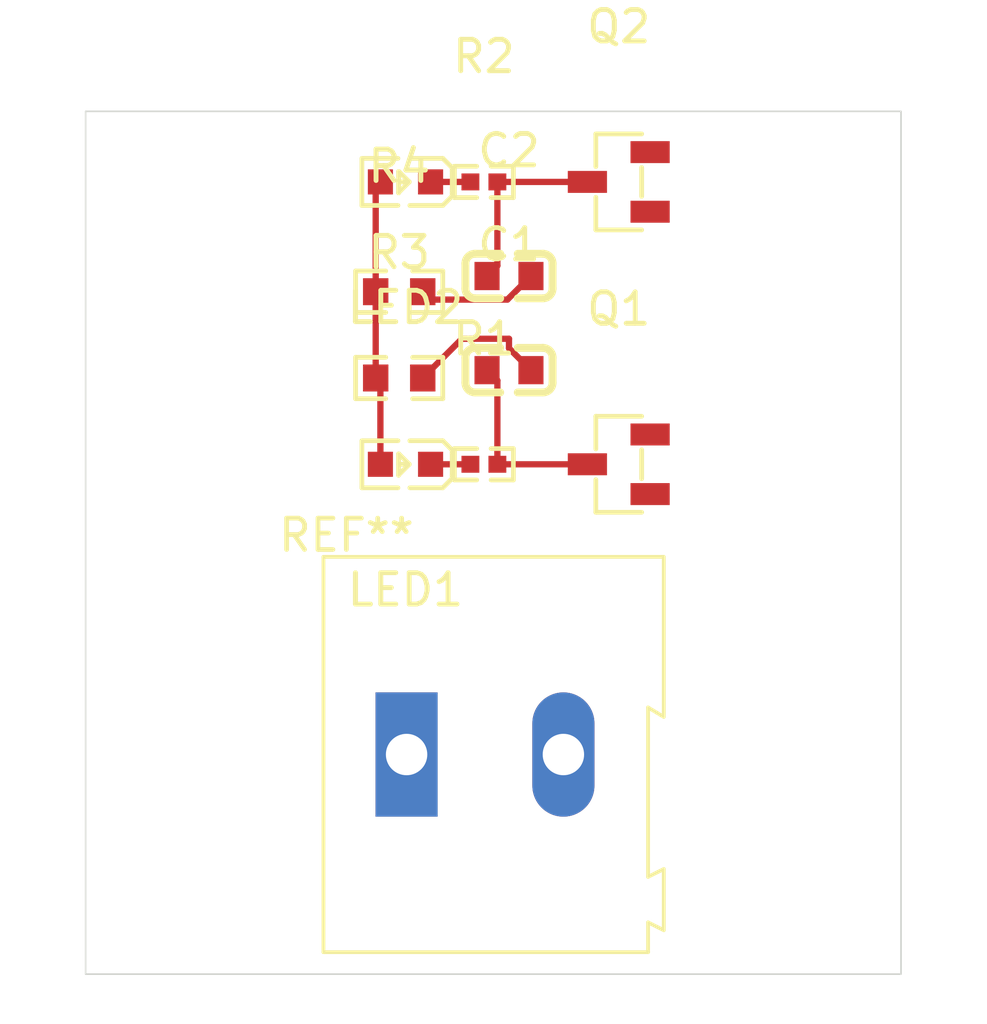
<source format=kicad_pcb>
(kicad_pcb (version 20241229) (generator "pcbnew") (generator_version "9.0")
  (layers (0 "F.Cu" signal) (2 "B.Cu" signal) (13 "F.Paste" user) (15 "B.Paste" user) (5 "F.SilkS" user "F.Silkscreen") (7 "B.SilkS" user "B.Silkscreen") (1 "F.Mask" user) (3 "B.Mask" user) (25 "Edge.Cuts" user))
  (net 0 "")
  (net 1 "r1.unnamed[1]")
  (net 2 "led1.low")
  (net 3 "VIN_PAD")
  (net 4 "footprint-cathode-0")
  (net 5 "GND_PAD")
  (net 6 "footprint-cathode-1")
  (net 7 "led2.low")
  (net 8 "r2.unnamed[1]")
  (footprint "Samsung_Electro_Mechanics_CL10A106KP8NNNC:C0603" (layer "F.Cu") (at 180.5 67.249)
    (property "Reference" "C2" (at 0 -4 0) (layer "F.SilkS"))
    (property "Value" "10µF ±10% 10V X5R")
    (fp_line (start -1.39 0.4) (end -1.39 -0.4) (stroke (width 0.25)) (layer "F.SilkS"))
    (fp_line (start -0.28 -0.71) (end -1.08 -0.71) (stroke (width 0.25)) (layer "F.SilkS"))
    (fp_line (start -0.28 0.71) (end -1.08 0.71) (stroke (width 0.25)) (layer "F.SilkS"))
    (fp_line (start 0.28 -0.71) (end 1.08 -0.71) (stroke (width 0.25)) (layer "F.SilkS"))
    (fp_line (start 0.28 0.71) (end 1.08 0.71) (stroke (width 0.25)) (layer "F.SilkS"))
    (fp_line (start 1.39 -0.4) (end 1.39 0.4) (stroke (width 0.25)) (layer "F.SilkS"))
    (fp_arc (start -1.39 -0.4) (mid -1.299203 -0.619203) (end -1.08 -0.71) (stroke (width 0.25)) (layer "F.SilkS"))
    (fp_arc (start -1.08 0.71) (mid -1.299203 0.619203) (end -1.39 0.4) (stroke (width 0.25)) (layer "F.SilkS"))
    (fp_arc (start 1.08 -0.71) (mid 1.299203 -0.619203) (end 1.39 -0.4) (stroke (width 0.25)) (layer "F.SilkS"))
    (fp_arc (start 1.39 0.4) (mid 1.299203 0.619203) (end 1.08 0.71) (stroke (width 0.25)) (layer "F.SilkS"))
    (fp_text user "${REFERENCE}" (at 0 -4 0) (layer "F.SilkS"))
    (pad "1" smd rect (at -0.7 0) (size 0.8 0.9) (layers "F.Cu" "F.Mask" "F.Paste") (net 7 "led2.low"))
    (pad "2" smd rect (at 0.7 0) (size 0.8 0.9) (layers "F.Cu" "F.Mask" "F.Paste") (net 8 "r2.unnamed[1]"))
  )
  (footprint "ST_MMBT3904:SOT-23-3_L2.9-W1.3-P1.90-LS2.4-BR" (layer "F.Cu") (at 184 73.249)
    (property "Reference" "Q1" (at 0 -4.95 0) (layer "F.SilkS"))
    (property "Value" "")
    (fp_line (start -0.73 -1.53) (end -0.73 -0.49) (stroke (width 0.15)) (layer "F.SilkS"))
    (fp_line (start -0.73 1.53) (end -0.73 0.49) (stroke (width 0.15)) (layer "F.SilkS"))
    (fp_line (start 0.73 -1.53) (end -0.73 -1.53) (stroke (width 0.15)) (layer "F.SilkS"))
    (fp_line (start 0.73 -0.46) (end 0.73 0.46) (stroke (width 0.15)) (layer "F.SilkS"))
    (fp_line (start 0.73 1.53) (end -0.73 1.53) (stroke (width 0.15)) (layer "F.SilkS"))
    (fp_text user "${REFERENCE}" (at 0 -4.95 0) (layer "F.SilkS"))
    (pad "1" smd rect (at 1 0.95) (size 1.25 0.7) (layers "F.Cu" "F.Mask" "F.Paste") (net 8 "r2.unnamed[1]"))
    (pad "2" smd rect (at 1 -0.95) (size 1.25 0.7) (layers "F.Cu" "F.Mask" "F.Paste") (net 5 "GND_PAD"))
    (pad "3" smd rect (at -1 0) (size 1.25 0.7) (layers "F.Cu" "F.Mask" "F.Paste") (net 2 "led1.low"))
  )
  (footprint "Hubei_KENTO_Elec_KT_0603R:LED0603-RD" (layer "F.Cu") (at 177.2 73.249 180)
    (property "Reference" "LED1" (at 0 -4 0) (layer "F.SilkS"))
    (property "Value" "")
    (fp_line (start 1.39 -0.75) (end 1.39 0.73) (stroke (width 0.15)) (layer "F.SilkS"))
    (fp_line (start 0.24 0.75) (end 1.39 0.75) (stroke (width 0.15)) (layer "F.SilkS"))
    (fp_line (start 0.24 -0.75) (end 1.39 -0.75) (stroke (width 0.15)) (layer "F.SilkS"))
    (fp_line (start 0.22 0.33) (end 0.21 0.33) (stroke (width 0.15)) (layer "F.SilkS"))
    (fp_line (start 0.22 0) (end -0.12 0) (stroke (width 0.15)) (layer "F.SilkS"))
    (fp_line (start 0.22 -0.34) (end -0.12 0) (stroke (width 0.15)) (layer "F.SilkS"))
    (fp_line (start 0.22 -0.35) (end 0.22 0.33) (stroke (width 0.15)) (layer "F.SilkS"))
    (fp_line (start 0.22 -0.35) (end 0.22 -0.34) (stroke (width 0.15)) (layer "F.SilkS"))
    (fp_line (start 0.21 0.33) (end -0.12 0) (stroke (width 0.15)) (layer "F.SilkS"))
    (fp_line (start -0.14 0.75) (end -1.19 0.75) (stroke (width 0.15)) (layer "F.SilkS"))
    (fp_line (start -0.14 -0.75) (end -1.19 -0.75) (stroke (width 0.15)) (layer "F.SilkS"))
    (fp_line (start -1.49 0.45) (end -1.19 0.75) (stroke (width 0.15)) (layer "F.SilkS"))
    (fp_line (start -1.49 0.35) (end -1.49 0.45) (stroke (width 0.15)) (layer "F.SilkS"))
    (fp_line (start -1.49 -0.35) (end -1.49 0.35) (stroke (width 0.15)) (layer "F.SilkS"))
    (fp_line (start -1.49 -0.35) (end -1.49 -0.45) (stroke (width 0.15)) (layer "F.SilkS"))
    (fp_line (start -1.49 -0.45) (end -1.19 -0.75) (stroke (width 0.15)) (layer "F.SilkS"))
    (fp_text user "${REFERENCE}" (at 0 -4 0) (layer "F.SilkS"))
    (pad "1" smd rect (at -0.8 0 270) (size 0.8 0.8) (layers "F.Cu" "F.Mask" "F.Paste") (net 4 "footprint-cathode-0"))
    (pad "2" smd rect (at 0.8 0 270) (size 0.8 0.8) (layers "F.Cu" "F.Mask" "F.Paste") (net 3 "VIN_PAD"))
  )
  (footprint "UNI_ROYAL_0402WGF1002TCE:R0402" (layer "F.Cu") (at 179.7 64.249)
    (property "Reference" "R2" (at 0 -4 0) (layer "F.SilkS"))
    (property "Value" "10kΩ ±1% 62.5mW")
    (fp_line (start -0.94 -0.5) (end -0.23 -0.5) (stroke (width 0.15)) (layer "F.SilkS"))
    (fp_line (start -0.94 0.5) (end -0.94 -0.5) (stroke (width 0.15)) (layer "F.SilkS"))
    (fp_line (start -0.23 0.5) (end -0.94 0.5) (stroke (width 0.15)) (layer "F.SilkS"))
    (fp_line (start 0.23 0.5) (end 0.94 0.5) (stroke (width 0.15)) (layer "F.SilkS"))
    (fp_line (start 0.94 -0.5) (end 0.23 -0.5) (stroke (width 0.15)) (layer "F.SilkS"))
    (fp_line (start 0.94 0.5) (end 0.94 -0.5) (stroke (width 0.15)) (layer "F.SilkS"))
    (fp_text user "${REFERENCE}" (at 0 -4 0) (layer "F.SilkS"))
    (pad "1" smd rect (at -0.43 0) (size 0.57 0.54) (layers "F.Cu" "F.Mask" "F.Paste") (net 6 "footprint-cathode-1"))
    (pad "2" smd rect (at 0.43 0) (size 0.57 0.54) (layers "F.Cu" "F.Mask" "F.Paste") (net 7 "led2.low"))
  )
  (footprint "TerminalBlock:TerminalBlock_Altech_AK300-2_P5.00mm" (layer "F.Cu") (at 177.235 82.5)
    (property "Reference" "REF**" (at -1.92 -6.99 0) (layer "F.SilkS"))
    (property "Value" "TerminalBlock_Altech_AK300-2_P5.00mm")
    (fp_line (start -2.65 -6.3) (end -2.65 6.3) (stroke (width 0.12)) (layer "F.SilkS"))
    (fp_line (start -2.65 6.3) (end 7.7 6.3) (stroke (width 0.12)) (layer "F.SilkS"))
    (fp_line (start 7.7 -1.5) (end 8.2 -1.2) (stroke (width 0.12)) (layer "F.SilkS"))
    (fp_line (start 7.7 3.9) (end 7.7 -1.5) (stroke (width 0.12)) (layer "F.SilkS"))
    (fp_line (start 7.7 5.35) (end 8.2 5.6) (stroke (width 0.12)) (layer "F.SilkS"))
    (fp_line (start 7.7 6.3) (end 7.7 5.35) (stroke (width 0.12)) (layer "F.SilkS"))
    (fp_line (start 8.2 -6.3) (end -2.65 -6.3) (stroke (width 0.12)) (layer "F.SilkS"))
    (fp_line (start 8.2 -1.2) (end 8.2 -6.3) (stroke (width 0.12)) (layer "F.SilkS"))
    (fp_line (start 8.2 3.65) (end 7.7 3.9) (stroke (width 0.12)) (layer "F.SilkS"))
    (fp_line (start 8.2 3.7) (end 8.2 3.65) (stroke (width 0.12)) (layer "F.SilkS"))
    (fp_line (start 8.2 5.6) (end 8.2 3.7) (stroke (width 0.12)) (layer "F.SilkS"))
    (pad "1" thru_hole rect (at 0 0) (size 1.98 3.96) (drill 1.32) (layers "*.Cu" "*.Mask") (net 3 "VIN_PAD"))
    (pad "2" thru_hole oval (at 5 0) (size 1.98 3.96) (drill 1.32) (layers "*.Cu" "*.Mask") (net 5 "GND_PAD"))
  )
  (footprint "UNI_ROYAL_0603WAF1003T5E:R0603" (layer "F.Cu") (at 177 70.499)
    (property "Reference" "R3" (at 0 -4 0) (layer "F.SilkS"))
    (property "Value" "100kΩ ±1% 100mW")
    (fp_line (start -1.39 -0.66) (end -0.43 -0.66) (stroke (width 0.15)) (layer "F.SilkS"))
    (fp_line (start -1.39 0.66) (end -1.39 -0.66) (stroke (width 0.15)) (layer "F.SilkS"))
    (fp_line (start -0.43 0.66) (end -1.39 0.66) (stroke (width 0.15)) (layer "F.SilkS"))
    (fp_line (start 0.43 0.66) (end 1.39 0.66) (stroke (width 0.15)) (layer "F.SilkS"))
    (fp_line (start 1.39 -0.66) (end 0.43 -0.66) (stroke (width 0.15)) (layer "F.SilkS"))
    (fp_line (start 1.39 0.66) (end 1.39 -0.66) (stroke (width 0.15)) (layer "F.SilkS"))
    (fp_text user "${REFERENCE}" (at 0 -4 0) (layer "F.SilkS"))
    (pad "1" smd rect (at -0.75 0) (size 0.81 0.86) (layers "F.Cu" "F.Mask" "F.Paste") (net 3 "VIN_PAD"))
    (pad "2" smd rect (at 0.75 0) (size 0.81 0.86) (layers "F.Cu" "F.Mask" "F.Paste") (net 1 "r1.unnamed[1]"))
  )
  (footprint "ST_MMBT3904:SOT-23-3_L2.9-W1.3-P1.90-LS2.4-BR" (layer "F.Cu") (at 184 64.249)
    (property "Reference" "Q2" (at 0 -4.95 0) (layer "F.SilkS"))
    (property "Value" "")
    (fp_line (start -0.73 -1.53) (end -0.73 -0.49) (stroke (width 0.15)) (layer "F.SilkS"))
    (fp_line (start -0.73 1.53) (end -0.73 0.49) (stroke (width 0.15)) (layer "F.SilkS"))
    (fp_line (start 0.73 -1.53) (end -0.73 -1.53) (stroke (width 0.15)) (layer "F.SilkS"))
    (fp_line (start 0.73 -0.46) (end 0.73 0.46) (stroke (width 0.15)) (layer "F.SilkS"))
    (fp_line (start 0.73 1.53) (end -0.73 1.53) (stroke (width 0.15)) (layer "F.SilkS"))
    (fp_text user "${REFERENCE}" (at 0 -4.95 0) (layer "F.SilkS"))
    (pad "1" smd rect (at 1 0.95) (size 1.25 0.7) (layers "F.Cu" "F.Mask" "F.Paste") (net 1 "r1.unnamed[1]"))
    (pad "2" smd rect (at 1 -0.95) (size 1.25 0.7) (layers "F.Cu" "F.Mask" "F.Paste") (net 5 "GND_PAD"))
    (pad "3" smd rect (at -1 0) (size 1.25 0.7) (layers "F.Cu" "F.Mask" "F.Paste") (net 7 "led2.low"))
  )
  (footprint "Samsung_Electro_Mechanics_CL10A106KP8NNNC:C0603" (layer "F.Cu") (at 180.5 70.249)
    (property "Reference" "C1" (at 0 -4 0) (layer "F.SilkS"))
    (property "Value" "10µF ±10% 10V X5R")
    (fp_line (start -1.39 0.4) (end -1.39 -0.4) (stroke (width 0.25)) (layer "F.SilkS"))
    (fp_line (start -0.28 -0.71) (end -1.08 -0.71) (stroke (width 0.25)) (layer "F.SilkS"))
    (fp_line (start -0.28 0.71) (end -1.08 0.71) (stroke (width 0.25)) (layer "F.SilkS"))
    (fp_line (start 0.28 -0.71) (end 1.08 -0.71) (stroke (width 0.25)) (layer "F.SilkS"))
    (fp_line (start 0.28 0.71) (end 1.08 0.71) (stroke (width 0.25)) (layer "F.SilkS"))
    (fp_line (start 1.39 -0.4) (end 1.39 0.4) (stroke (width 0.25)) (layer "F.SilkS"))
    (fp_arc (start -1.39 -0.4) (mid -1.299203 -0.619203) (end -1.08 -0.71) (stroke (width 0.25)) (layer "F.SilkS"))
    (fp_arc (start -1.08 0.71) (mid -1.299203 0.619203) (end -1.39 0.4) (stroke (width 0.25)) (layer "F.SilkS"))
    (fp_arc (start 1.08 -0.71) (mid 1.299203 -0.619203) (end 1.39 -0.4) (stroke (width 0.25)) (layer "F.SilkS"))
    (fp_arc (start 1.39 0.4) (mid 1.299203 0.619203) (end 1.08 0.71) (stroke (width 0.25)) (layer "F.SilkS"))
    (fp_text user "${REFERENCE}" (at 0 -4 0) (layer "F.SilkS"))
    (pad "1" smd rect (at -0.7 0) (size 0.8 0.9) (layers "F.Cu" "F.Mask" "F.Paste") (net 2 "led1.low"))
    (pad "2" smd rect (at 0.7 0) (size 0.8 0.9) (layers "F.Cu" "F.Mask" "F.Paste") (net 1 "r1.unnamed[1]"))
  )
  (footprint "Hubei_KENTO_Elec_KT_0603R:LED0603-RD" (layer "F.Cu") (at 177.2 64.249 180)
    (property "Reference" "LED2" (at 0 -4 0) (layer "F.SilkS"))
    (property "Value" "")
    (fp_line (start 1.39 -0.75) (end 1.39 0.73) (stroke (width 0.15)) (layer "F.SilkS"))
    (fp_line (start 0.24 0.75) (end 1.39 0.75) (stroke (width 0.15)) (layer "F.SilkS"))
    (fp_line (start 0.24 -0.75) (end 1.39 -0.75) (stroke (width 0.15)) (layer "F.SilkS"))
    (fp_line (start 0.22 0.33) (end 0.21 0.33) (stroke (width 0.15)) (layer "F.SilkS"))
    (fp_line (start 0.22 0) (end -0.12 0) (stroke (width 0.15)) (layer "F.SilkS"))
    (fp_line (start 0.22 -0.34) (end -0.12 0) (stroke (width 0.15)) (layer "F.SilkS"))
    (fp_line (start 0.22 -0.35) (end 0.22 0.33) (stroke (width 0.15)) (layer "F.SilkS"))
    (fp_line (start 0.22 -0.35) (end 0.22 -0.34) (stroke (width 0.15)) (layer "F.SilkS"))
    (fp_line (start 0.21 0.33) (end -0.12 0) (stroke (width 0.15)) (layer "F.SilkS"))
    (fp_line (start -0.14 0.75) (end -1.19 0.75) (stroke (width 0.15)) (layer "F.SilkS"))
    (fp_line (start -0.14 -0.75) (end -1.19 -0.75) (stroke (width 0.15)) (layer "F.SilkS"))
    (fp_line (start -1.49 0.45) (end -1.19 0.75) (stroke (width 0.15)) (layer "F.SilkS"))
    (fp_line (start -1.49 0.35) (end -1.49 0.45) (stroke (width 0.15)) (layer "F.SilkS"))
    (fp_line (start -1.49 -0.35) (end -1.49 0.35) (stroke (width 0.15)) (layer "F.SilkS"))
    (fp_line (start -1.49 -0.35) (end -1.49 -0.45) (stroke (width 0.15)) (layer "F.SilkS"))
    (fp_line (start -1.49 -0.45) (end -1.19 -0.75) (stroke (width 0.15)) (layer "F.SilkS"))
    (fp_text user "${REFERENCE}" (at 0 -4 0) (layer "F.SilkS"))
    (pad "1" smd rect (at -0.8 0 270) (size 0.8 0.8) (layers "F.Cu" "F.Mask" "F.Paste") (net 6 "footprint-cathode-1"))
    (pad "2" smd rect (at 0.8 0 270) (size 0.8 0.8) (layers "F.Cu" "F.Mask" "F.Paste") (net 3 "VIN_PAD"))
  )
  (footprint "UNI_ROYAL_0402WGF1002TCE:R0402" (layer "F.Cu") (at 179.7 73.249)
    (property "Reference" "R1" (at 0 -4 0) (layer "F.SilkS"))
    (property "Value" "10kΩ ±1% 62.5mW")
    (fp_line (start -0.94 -0.5) (end -0.23 -0.5) (stroke (width 0.15)) (layer "F.SilkS"))
    (fp_line (start -0.94 0.5) (end -0.94 -0.5) (stroke (width 0.15)) (layer "F.SilkS"))
    (fp_line (start -0.23 0.5) (end -0.94 0.5) (stroke (width 0.15)) (layer "F.SilkS"))
    (fp_line (start 0.23 0.5) (end 0.94 0.5) (stroke (width 0.15)) (layer "F.SilkS"))
    (fp_line (start 0.94 -0.5) (end 0.23 -0.5) (stroke (width 0.15)) (layer "F.SilkS"))
    (fp_line (start 0.94 0.5) (end 0.94 -0.5) (stroke (width 0.15)) (layer "F.SilkS"))
    (fp_text user "${REFERENCE}" (at 0 -4 0) (layer "F.SilkS"))
    (pad "1" smd rect (at -0.43 0) (size 0.57 0.54) (layers "F.Cu" "F.Mask" "F.Paste") (net 4 "footprint-cathode-0"))
    (pad "2" smd rect (at 0.43 0) (size 0.57 0.54) (layers "F.Cu" "F.Mask" "F.Paste") (net 2 "led1.low"))
  )
  (footprint "UNI_ROYAL_0603WAF1003T5E:R0603" (layer "F.Cu") (at 177 67.749)
    (property "Reference" "R4" (at 0 -4 0) (layer "F.SilkS"))
    (property "Value" "100kΩ ±1% 100mW")
    (fp_line (start -1.39 -0.66) (end -0.43 -0.66) (stroke (width 0.15)) (layer "F.SilkS"))
    (fp_line (start -1.39 0.66) (end -1.39 -0.66) (stroke (width 0.15)) (layer "F.SilkS"))
    (fp_line (start -0.43 0.66) (end -1.39 0.66) (stroke (width 0.15)) (layer "F.SilkS"))
    (fp_line (start 0.43 0.66) (end 1.39 0.66) (stroke (width 0.15)) (layer "F.SilkS"))
    (fp_line (start 1.39 -0.66) (end 0.43 -0.66) (stroke (width 0.15)) (layer "F.SilkS"))
    (fp_line (start 1.39 0.66) (end 1.39 -0.66) (stroke (width 0.15)) (layer "F.SilkS"))
    (fp_text user "${REFERENCE}" (at 0 -4 0) (layer "F.SilkS"))
    (pad "1" smd rect (at -0.75 0) (size 0.81 0.86) (layers "F.Cu" "F.Mask" "F.Paste") (net 3 "VIN_PAD"))
    (pad "2" smd rect (at 0.75 0) (size 0.81 0.86) (layers "F.Cu" "F.Mask" "F.Paste") (net 8 "r2.unnamed[1]"))
  )
  (gr_rect (start 167 62) (end 193 89.5) (stroke (width 0.05)) (fill no) (layer "Edge.Cuts"))
  (segment (start 180.5 69.249) (end 180.5 69.549) (width 0.2) (layer "F.Cu") (net 1))
  (segment (start 179 69.249) (end 180.5 69.249) (width 0.2) (layer "F.Cu") (net 1))
  (segment (start 177.75 70.499) (end 179 69.249) (width 0.2) (layer "F.Cu") (net 1))
  (segment (start 180.5 69.549) (end 181.2 70.249) (width 0.2) (layer "F.Cu") (net 1))
  (segment (start 179.8 70.249) (end 180.13 70.579) (width 0.2) (layer "F.Cu") (net 2))
  (segment (start 180.13 70.579) (end 180.13 73.249) (width 0.2) (layer "F.Cu") (net 2))
  (segment (start 183 73.249) (end 180.13 73.249) (width 0.2) (layer "F.Cu") (net 2))
  (segment (start 176.4 70.649) (end 176.25 70.499) (width 0.2) (layer "F.Cu") (net 3))
  (segment (start 176.25 67.749) (end 176.25 64.399) (width 0.2) (layer "F.Cu") (net 3))
  (segment (start 176.25 64.399) (end 176.4 64.249) (width 0.2) (layer "F.Cu") (net 3))
  (segment (start 176.4 73.249) (end 176.4 70.649) (width 0.2) (layer "F.Cu") (net 3))
  (segment (start 176.25 70.499) (end 176.25 67.749) (width 0.2) (layer "F.Cu") (net 3))
  (segment (start 179.27 73.249) (end 178 73.249) (width 0.2) (layer "F.Cu") (net 4))
  (segment (start 179.27 64.249) (end 178 64.249) (width 0.2) (layer "F.Cu") (net 6))
  (segment (start 180.13 64.249) (end 183 64.249) (width 0.2) (layer "F.Cu") (net 7))
  (segment (start 180.13 64.249) (end 180.13 66.919) (width 0.2) (layer "F.Cu") (net 7))
  (segment (start 180.13 66.919) (end 179.8 67.249) (width 0.2) (layer "F.Cu") (net 7))
  (segment (start 181.2 67.249) (end 180.449 68) (width 0.2) (layer "F.Cu") (net 8))
  (segment (start 181.2 67.249) (end 181.249 67.249) (width 0.2) (layer "F.Cu") (net 8))
  (segment (start 177.75 67.749) (end 178.001 68) (width 0.2) (layer "F.Cu") (net 8))
  (segment (start 178.001 68) (end 180.449 68) (width 0.2) (layer "F.Cu") (net 8))
)
</source>
